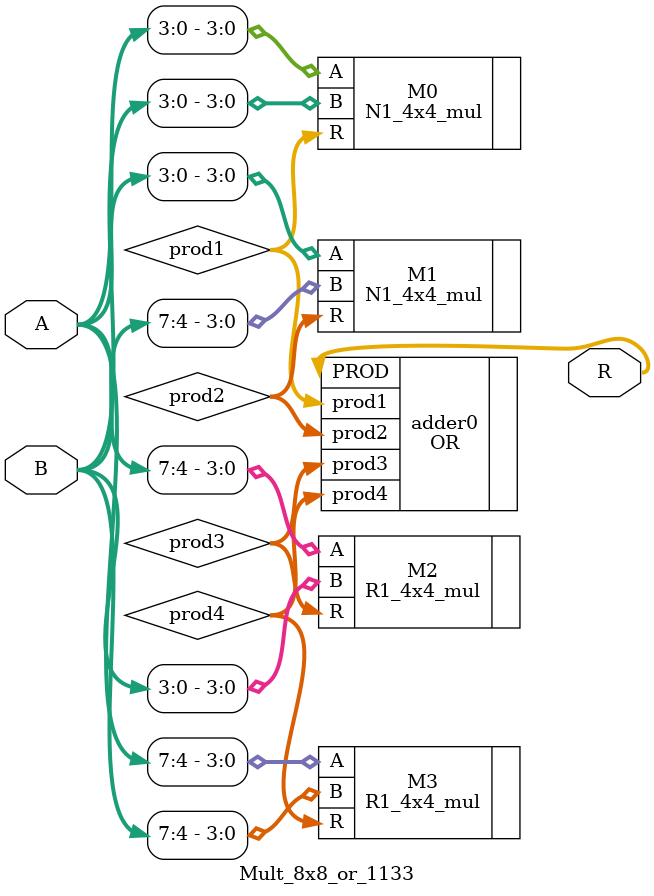
<source format=v>
module Mult_8x8_or_1133(
input [7:0] A,
input [7:0] B,
output [15:0]R
);
wire [7:0]prod1;
wire [7:0]prod2;
wire [7:0]prod3;
wire [7:0]prod4;

N1_4x4_mul M0(.A(A[3:0]),.B(B[3:0]),.R(prod1));
N1_4x4_mul M1(.A(A[3:0]),.B(B[7:4]),.R(prod2));
R1_4x4_mul M2(.A(A[7:4]),.B(B[3:0]),.R(prod3));
R1_4x4_mul M3(.A(A[7:4]),.B(B[7:4]),.R(prod4));
OR adder0(.prod1(prod1),.prod2(prod2),.prod3(prod3),.prod4(prod4),.PROD(R));
endmodule

</source>
